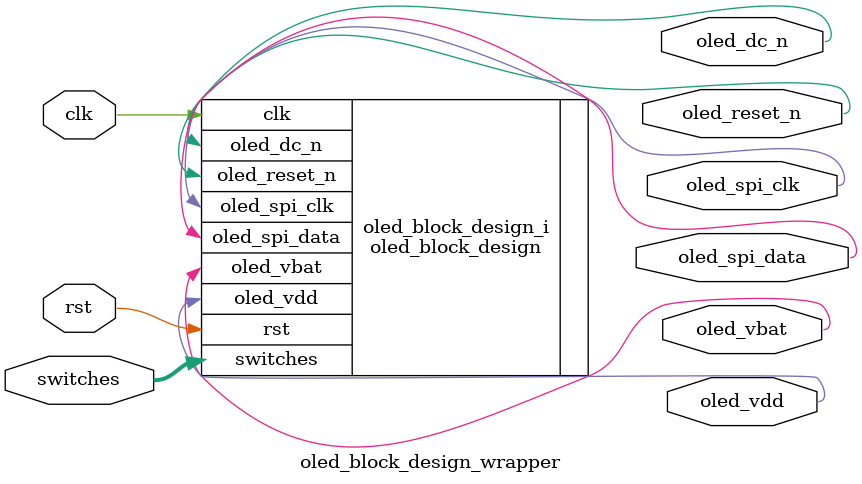
<source format=v>
`timescale 1 ps / 1 ps

module oled_block_design_wrapper
   (clk,
    oled_dc_n,
    oled_reset_n,
    oled_spi_clk,
    oled_spi_data,
    oled_vbat,
    oled_vdd,
    rst,
    switches);
  input clk;
  output oled_dc_n;
  output oled_reset_n;
  output oled_spi_clk;
  output oled_spi_data;
  output oled_vbat;
  output oled_vdd;
  input rst;
  input [2:0]switches;

  wire clk;
  wire oled_dc_n;
  wire oled_reset_n;
  wire oled_spi_clk;
  wire oled_spi_data;
  wire oled_vbat;
  wire oled_vdd;
  wire rst;
  wire [2:0]switches;

  oled_block_design oled_block_design_i
       (.clk(clk),
        .oled_dc_n(oled_dc_n),
        .oled_reset_n(oled_reset_n),
        .oled_spi_clk(oled_spi_clk),
        .oled_spi_data(oled_spi_data),
        .oled_vbat(oled_vbat),
        .oled_vdd(oled_vdd),
        .rst(rst),
        .switches(switches));
endmodule

</source>
